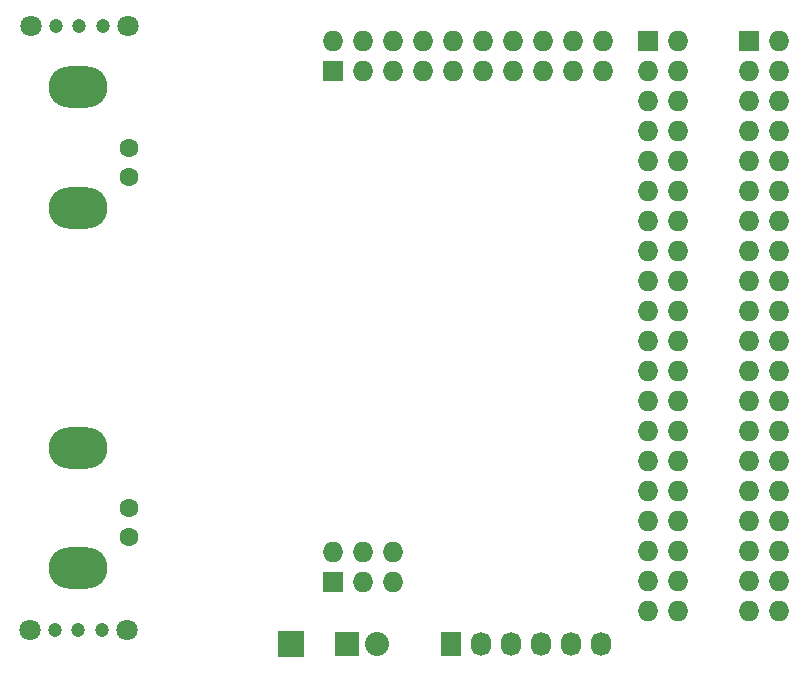
<source format=gbr>
G04 #@! TF.FileFunction,Copper,L4,Bot,Signal*
%FSLAX46Y46*%
G04 Gerber Fmt 4.6, Leading zero omitted, Abs format (unit mm)*
G04 Created by KiCad (PCBNEW (after 2015-mar-04 BZR unknown)-product) date Mit 06 Jul 2016 10:41:57 CEST*
%MOMM*%
G01*
G04 APERTURE LIST*
%ADD10C,0.100000*%
%ADD11O,5.001260X3.500120*%
%ADD12C,1.600200*%
%ADD13R,1.727200X1.727200*%
%ADD14O,1.727200X1.727200*%
%ADD15R,1.727200X2.032000*%
%ADD16O,1.727200X2.032000*%
%ADD17R,2.235200X2.235200*%
%ADD18R,2.032000X2.032000*%
%ADD19O,2.032000X2.032000*%
%ADD20C,1.200000*%
%ADD21C,1.800000*%
G04 APERTURE END LIST*
D10*
D11*
X59736600Y-50097780D03*
X59736600Y-39899680D03*
D12*
X64001260Y-45000000D03*
X64001260Y-47499360D03*
D13*
X81250000Y-81750000D03*
D14*
X81250000Y-79210000D03*
X83790000Y-81750000D03*
X83790000Y-79210000D03*
X86330000Y-81750000D03*
X86330000Y-79210000D03*
D13*
X108000000Y-36000000D03*
D14*
X110540000Y-36000000D03*
X108000000Y-38540000D03*
X110540000Y-38540000D03*
X108000000Y-41080000D03*
X110540000Y-41080000D03*
X108000000Y-43620000D03*
X110540000Y-43620000D03*
X108000000Y-46160000D03*
X110540000Y-46160000D03*
X108000000Y-48700000D03*
X110540000Y-48700000D03*
X108000000Y-51240000D03*
X110540000Y-51240000D03*
X108000000Y-53780000D03*
X110540000Y-53780000D03*
X108000000Y-56320000D03*
X110540000Y-56320000D03*
X108000000Y-58860000D03*
X110540000Y-58860000D03*
X108000000Y-61400000D03*
X110540000Y-61400000D03*
X108000000Y-63940000D03*
X110540000Y-63940000D03*
X108000000Y-66480000D03*
X110540000Y-66480000D03*
X108000000Y-69020000D03*
X110540000Y-69020000D03*
X108000000Y-71560000D03*
X110540000Y-71560000D03*
X108000000Y-74100000D03*
X110540000Y-74100000D03*
X108000000Y-76640000D03*
X110540000Y-76640000D03*
X108000000Y-79180000D03*
X110540000Y-79180000D03*
X108000000Y-81720000D03*
X110540000Y-81720000D03*
X108000000Y-84260000D03*
X110540000Y-84260000D03*
D11*
X59736600Y-80597780D03*
X59736600Y-70399680D03*
D12*
X64001260Y-75500000D03*
X64001260Y-77999360D03*
D13*
X116500000Y-36000000D03*
D14*
X119040000Y-36000000D03*
X116500000Y-38540000D03*
X119040000Y-38540000D03*
X116500000Y-41080000D03*
X119040000Y-41080000D03*
X116500000Y-43620000D03*
X119040000Y-43620000D03*
X116500000Y-46160000D03*
X119040000Y-46160000D03*
X116500000Y-48700000D03*
X119040000Y-48700000D03*
X116500000Y-51240000D03*
X119040000Y-51240000D03*
X116500000Y-53780000D03*
X119040000Y-53780000D03*
X116500000Y-56320000D03*
X119040000Y-56320000D03*
X116500000Y-58860000D03*
X119040000Y-58860000D03*
X116500000Y-61400000D03*
X119040000Y-61400000D03*
X116500000Y-63940000D03*
X119040000Y-63940000D03*
X116500000Y-66480000D03*
X119040000Y-66480000D03*
X116500000Y-69020000D03*
X119040000Y-69020000D03*
X116500000Y-71560000D03*
X119040000Y-71560000D03*
X116500000Y-74100000D03*
X119040000Y-74100000D03*
X116500000Y-76640000D03*
X119040000Y-76640000D03*
X116500000Y-79180000D03*
X119040000Y-79180000D03*
X116500000Y-81720000D03*
X119040000Y-81720000D03*
X116500000Y-84260000D03*
X119040000Y-84260000D03*
D15*
X91250000Y-87000000D03*
D16*
X93790000Y-87000000D03*
X96330000Y-87000000D03*
X98870000Y-87000000D03*
X101410000Y-87000000D03*
X103950000Y-87000000D03*
D17*
X77750000Y-87000000D03*
D18*
X82500000Y-87000000D03*
D19*
X85040000Y-87000000D03*
D13*
X81250000Y-38500000D03*
D14*
X81250000Y-35960000D03*
X83790000Y-38500000D03*
X83790000Y-35960000D03*
X86330000Y-38500000D03*
X86330000Y-35960000D03*
X88870000Y-38500000D03*
X88870000Y-35960000D03*
X91410000Y-38500000D03*
X91410000Y-35960000D03*
X93950000Y-38500000D03*
X93950000Y-35960000D03*
X96490000Y-38500000D03*
X96490000Y-35960000D03*
X99030000Y-38500000D03*
X99030000Y-35960000D03*
X101570000Y-38500000D03*
X101570000Y-35960000D03*
X104110000Y-38500000D03*
X104110000Y-35960000D03*
D20*
X59800000Y-34725000D03*
X59800000Y-34725000D03*
X61800000Y-34725000D03*
X57800000Y-34725000D03*
D21*
X55700000Y-34725000D03*
X63900000Y-34725000D03*
D20*
X59725000Y-85875000D03*
X59725000Y-85875000D03*
X61725000Y-85875000D03*
X57725000Y-85875000D03*
D21*
X55625000Y-85875000D03*
X63825000Y-85875000D03*
M02*

</source>
